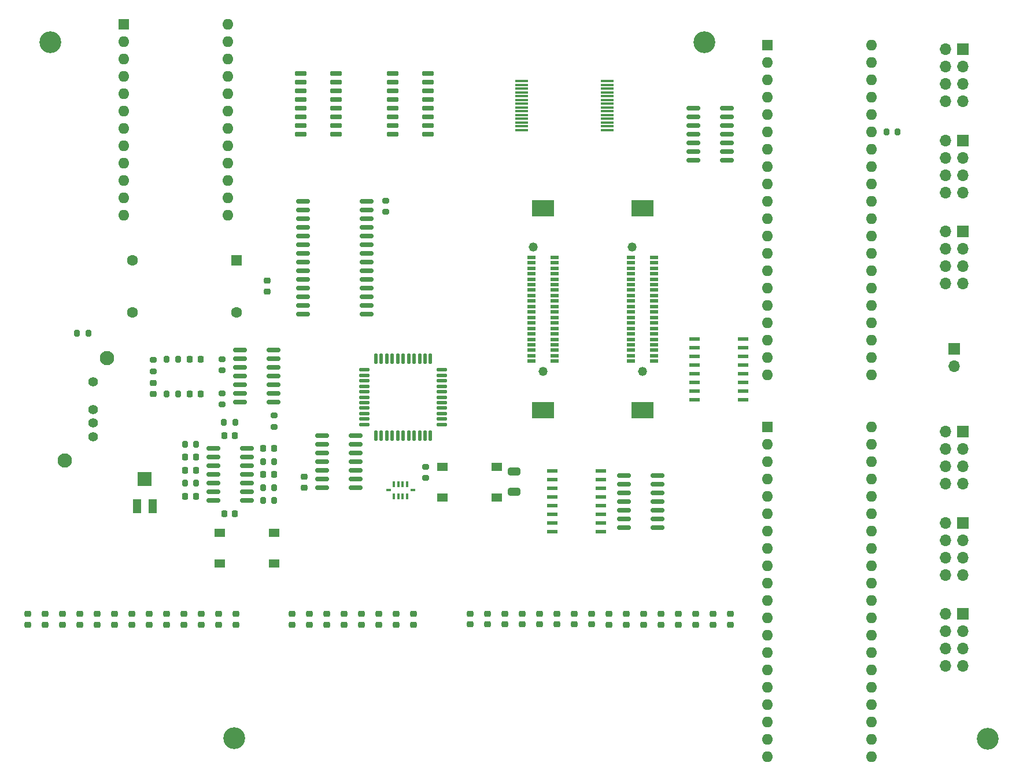
<source format=gbr>
%TF.GenerationSoftware,KiCad,Pcbnew,7.0.9*%
%TF.CreationDate,2023-11-28T19:04:43+01:00*%
%TF.ProjectId,z80,7a38302e-6b69-4636-9164-5f7063625858,1.0*%
%TF.SameCoordinates,Original*%
%TF.FileFunction,Soldermask,Top*%
%TF.FilePolarity,Negative*%
%FSLAX46Y46*%
G04 Gerber Fmt 4.6, Leading zero omitted, Abs format (unit mm)*
G04 Created by KiCad (PCBNEW 7.0.9) date 2023-11-28 19:04:43*
%MOMM*%
%LPD*%
G01*
G04 APERTURE LIST*
G04 Aperture macros list*
%AMRoundRect*
0 Rectangle with rounded corners*
0 $1 Rounding radius*
0 $2 $3 $4 $5 $6 $7 $8 $9 X,Y pos of 4 corners*
0 Add a 4 corners polygon primitive as box body*
4,1,4,$2,$3,$4,$5,$6,$7,$8,$9,$2,$3,0*
0 Add four circle primitives for the rounded corners*
1,1,$1+$1,$2,$3*
1,1,$1+$1,$4,$5*
1,1,$1+$1,$6,$7*
1,1,$1+$1,$8,$9*
0 Add four rect primitives between the rounded corners*
20,1,$1+$1,$2,$3,$4,$5,0*
20,1,$1+$1,$4,$5,$6,$7,0*
20,1,$1+$1,$6,$7,$8,$9,0*
20,1,$1+$1,$8,$9,$2,$3,0*%
G04 Aperture macros list end*
%ADD10RoundRect,0.200000X-0.200000X-0.275000X0.200000X-0.275000X0.200000X0.275000X-0.200000X0.275000X0*%
%ADD11R,1.550000X1.300000*%
%ADD12RoundRect,0.225000X0.225000X0.250000X-0.225000X0.250000X-0.225000X-0.250000X0.225000X-0.250000X0*%
%ADD13RoundRect,0.218750X0.256250X-0.218750X0.256250X0.218750X-0.256250X0.218750X-0.256250X-0.218750X0*%
%ADD14RoundRect,0.218750X-0.218750X-0.256250X0.218750X-0.256250X0.218750X0.256250X-0.218750X0.256250X0*%
%ADD15R,1.600000X1.600000*%
%ADD16O,1.600000X1.600000*%
%ADD17RoundRect,0.200000X0.275000X-0.200000X0.275000X0.200000X-0.275000X0.200000X-0.275000X-0.200000X0*%
%ADD18R,1.700000X1.700000*%
%ADD19O,1.700000X1.700000*%
%ADD20RoundRect,0.137500X-0.600000X-0.137500X0.600000X-0.137500X0.600000X0.137500X-0.600000X0.137500X0*%
%ADD21RoundRect,0.137500X-0.137500X-0.600000X0.137500X-0.600000X0.137500X0.600000X-0.137500X0.600000X0*%
%ADD22R,1.500000X0.600000*%
%ADD23RoundRect,0.200000X-0.275000X0.200000X-0.275000X-0.200000X0.275000X-0.200000X0.275000X0.200000X0*%
%ADD24RoundRect,0.150000X-0.825000X-0.150000X0.825000X-0.150000X0.825000X0.150000X-0.825000X0.150000X0*%
%ADD25C,3.200000*%
%ADD26C,1.320000*%
%ADD27R,1.200000X0.500000*%
%ADD28R,3.200000X2.450000*%
%ADD29RoundRect,0.200000X0.200000X0.275000X-0.200000X0.275000X-0.200000X-0.275000X0.200000X-0.275000X0*%
%ADD30R,1.870000X0.380000*%
%ADD31RoundRect,0.150000X-0.875000X-0.150000X0.875000X-0.150000X0.875000X0.150000X-0.875000X0.150000X0*%
%ADD32RoundRect,0.225000X-0.225000X-0.250000X0.225000X-0.250000X0.225000X0.250000X-0.225000X0.250000X0*%
%ADD33RoundRect,0.250000X0.650000X-0.325000X0.650000X0.325000X-0.650000X0.325000X-0.650000X-0.325000X0*%
%ADD34RoundRect,0.218750X0.218750X0.256250X-0.218750X0.256250X-0.218750X-0.256250X0.218750X-0.256250X0*%
%ADD35R,1.300000X2.000000*%
%ADD36R,2.000000X2.000000*%
%ADD37R,0.735600X0.458800*%
%ADD38R,0.306400X0.888000*%
%ADD39C,1.400000*%
%ADD40C,2.100000*%
%ADD41RoundRect,0.218750X-0.256250X0.218750X-0.256250X-0.218750X0.256250X-0.218750X0.256250X0.218750X0*%
%ADD42RoundRect,0.225000X-0.250000X0.225000X-0.250000X-0.225000X0.250000X-0.225000X0.250000X0.225000X0*%
%ADD43RoundRect,0.150000X-0.725000X-0.150000X0.725000X-0.150000X0.725000X0.150000X-0.725000X0.150000X0*%
%ADD44C,1.600000*%
G04 APERTURE END LIST*
D10*
%TO.C,R6*%
X112065000Y-92710000D03*
X113715000Y-92710000D03*
%TD*%
D11*
%TO.C,SW1*%
X125133000Y-110200000D03*
X117183000Y-110200000D03*
X125133000Y-105700000D03*
X117183000Y-105700000D03*
%TD*%
D12*
%TO.C,C7*%
X125095000Y-93345000D03*
X123545000Y-93345000D03*
%TD*%
D13*
%TO.C,D46*%
X184277000Y-119126000D03*
X184277000Y-117551000D03*
%TD*%
D14*
%TO.C,D2*%
X112750500Y-80264000D03*
X114325500Y-80264000D03*
%TD*%
D13*
%TO.C,D17*%
X137922000Y-119126000D03*
X137922000Y-117551000D03*
%TD*%
%TO.C,D33*%
X119507000Y-119126000D03*
X119507000Y-117551000D03*
%TD*%
%TO.C,D15*%
X132842000Y-119126000D03*
X132842000Y-117551000D03*
%TD*%
%TO.C,D36*%
X158877000Y-119088500D03*
X158877000Y-117513500D03*
%TD*%
D10*
%TO.C,R11*%
X112065000Y-98425000D03*
X113715000Y-98425000D03*
%TD*%
D13*
%TO.C,D27*%
X104267000Y-119126000D03*
X104267000Y-117551000D03*
%TD*%
D15*
%TO.C,U7*%
X197358000Y-34290000D03*
D16*
X197358000Y-36830000D03*
X197358000Y-39370000D03*
X197358000Y-41910000D03*
X197358000Y-44450000D03*
X197358000Y-46990000D03*
X197358000Y-49530000D03*
X197358000Y-52070000D03*
X197358000Y-54610000D03*
X197358000Y-57150000D03*
X197358000Y-59690000D03*
X197358000Y-62230000D03*
X197358000Y-64770000D03*
X197358000Y-67310000D03*
X197358000Y-69850000D03*
X197358000Y-72390000D03*
X197358000Y-74930000D03*
X197358000Y-77470000D03*
X197358000Y-80010000D03*
X197358000Y-82550000D03*
X212598000Y-82550000D03*
X212598000Y-80010000D03*
X212598000Y-77470000D03*
X212598000Y-74930000D03*
X212598000Y-72390000D03*
X212598000Y-69850000D03*
X212598000Y-67310000D03*
X212598000Y-64770000D03*
X212598000Y-62230000D03*
X212598000Y-59690000D03*
X212598000Y-57150000D03*
X212598000Y-54610000D03*
X212598000Y-52070000D03*
X212598000Y-49530000D03*
X212598000Y-46990000D03*
X212598000Y-44450000D03*
X212598000Y-41910000D03*
X212598000Y-39370000D03*
X212598000Y-36830000D03*
X212598000Y-34290000D03*
%TD*%
D13*
%TO.C,D14*%
X130302000Y-119126000D03*
X130302000Y-117551000D03*
%TD*%
D17*
%TO.C,R13*%
X125095000Y-90170000D03*
X125095000Y-88520000D03*
%TD*%
D18*
%TO.C,J4*%
X225933000Y-34925000D03*
D19*
X223393000Y-34925000D03*
X225933000Y-37465000D03*
X223393000Y-37465000D03*
X225933000Y-40005000D03*
X223393000Y-40005000D03*
X225933000Y-42545000D03*
X223393000Y-42545000D03*
%TD*%
D20*
%TO.C,CPU1*%
X138355500Y-81852000D03*
X138355500Y-82652000D03*
X138355500Y-83452000D03*
X138355500Y-84252000D03*
X138355500Y-85052000D03*
X138355500Y-85852000D03*
X138355500Y-86652000D03*
X138355500Y-87452000D03*
X138355500Y-88252000D03*
X138355500Y-89052000D03*
X138355500Y-89852000D03*
D21*
X140018000Y-91514500D03*
X140818000Y-91514500D03*
X141618000Y-91514500D03*
X142418000Y-91514500D03*
X143218000Y-91514500D03*
X144018000Y-91514500D03*
X144818000Y-91514500D03*
X145618000Y-91514500D03*
X146418000Y-91514500D03*
X147218000Y-91514500D03*
X148018000Y-91514500D03*
D20*
X149680500Y-89852000D03*
X149680500Y-89052000D03*
X149680500Y-88252000D03*
X149680500Y-87452000D03*
X149680500Y-86652000D03*
X149680500Y-85852000D03*
X149680500Y-85052000D03*
X149680500Y-84252000D03*
X149680500Y-83452000D03*
X149680500Y-82652000D03*
X149680500Y-81852000D03*
D21*
X148018000Y-80189500D03*
X147218000Y-80189500D03*
X146418000Y-80189500D03*
X145618000Y-80189500D03*
X144818000Y-80189500D03*
X144018000Y-80189500D03*
X143218000Y-80189500D03*
X142418000Y-80189500D03*
X141618000Y-80189500D03*
X140818000Y-80189500D03*
X140018000Y-80189500D03*
%TD*%
D13*
%TO.C,D28*%
X106807000Y-119126000D03*
X106807000Y-117551000D03*
%TD*%
%TO.C,D13*%
X127762000Y-119126000D03*
X127762000Y-117551000D03*
%TD*%
%TO.C,D30*%
X111887000Y-119126000D03*
X111887000Y-117551000D03*
%TD*%
D22*
%TO.C,U5*%
X186696000Y-77343000D03*
X186696000Y-78613000D03*
X186696000Y-79883000D03*
X186696000Y-81153000D03*
X186696000Y-82423000D03*
X186696000Y-83693000D03*
X186696000Y-84963000D03*
X186696000Y-86233000D03*
X193796000Y-86233000D03*
X193796000Y-84963000D03*
X193796000Y-83693000D03*
X193796000Y-82423000D03*
X193796000Y-81153000D03*
X193796000Y-79883000D03*
X193796000Y-78613000D03*
X193796000Y-77343000D03*
%TD*%
D13*
%TO.C,D25*%
X99187000Y-119126000D03*
X99187000Y-117551000D03*
%TD*%
%TO.C,D47*%
X186817000Y-119126000D03*
X186817000Y-117551000D03*
%TD*%
D17*
%TO.C,R14*%
X107442000Y-82054000D03*
X107442000Y-80404000D03*
%TD*%
D11*
%TO.C,SW3*%
X157734000Y-100512000D03*
X149784000Y-100512000D03*
X157734000Y-96012000D03*
X149784000Y-96012000D03*
%TD*%
D13*
%TO.C,D37*%
X161417000Y-119088500D03*
X161417000Y-117513500D03*
%TD*%
%TO.C,D39*%
X166497000Y-119088500D03*
X166497000Y-117513500D03*
%TD*%
%TO.C,D16*%
X135382000Y-119126000D03*
X135382000Y-117551000D03*
%TD*%
D23*
%TO.C,R15*%
X147320000Y-96012000D03*
X147320000Y-97662000D03*
%TD*%
D12*
%TO.C,C5*%
X113665000Y-96520000D03*
X112115000Y-96520000D03*
%TD*%
D24*
%TO.C,U6*%
X186501000Y-43561000D03*
X186501000Y-44831000D03*
X186501000Y-46101000D03*
X186501000Y-47371000D03*
X186501000Y-48641000D03*
X186501000Y-49911000D03*
X186501000Y-51181000D03*
X191451000Y-51181000D03*
X191451000Y-49911000D03*
X191451000Y-48641000D03*
X191451000Y-47371000D03*
X191451000Y-46101000D03*
X191451000Y-44831000D03*
X191451000Y-43561000D03*
%TD*%
D25*
%TO.C,REF\u002A\u002A*%
X92360000Y-33940000D03*
%TD*%
D26*
%TO.C,J3*%
X177546000Y-63880000D03*
X179046000Y-82080000D03*
D27*
X177346000Y-65380000D03*
X177346000Y-66180000D03*
X177346000Y-66980000D03*
X177346000Y-67780000D03*
X177346000Y-68580000D03*
X177346000Y-69380000D03*
X177346000Y-70180000D03*
X177346000Y-70980000D03*
X177346000Y-71780000D03*
X177346000Y-72580000D03*
X177346000Y-73380000D03*
X177346000Y-74180000D03*
X177346000Y-74980000D03*
X177346000Y-75780000D03*
X177346000Y-76580000D03*
X177346000Y-77380000D03*
X177346000Y-78180000D03*
X177346000Y-78980000D03*
X177346000Y-79780000D03*
X177346000Y-80580000D03*
X180746000Y-65380000D03*
X180746000Y-66180000D03*
X180746000Y-66980000D03*
X180746000Y-67780000D03*
X180746000Y-68580000D03*
X180746000Y-69380000D03*
X180746000Y-70180000D03*
X180746000Y-70980000D03*
X180746000Y-71780000D03*
X180746000Y-72580000D03*
X180746000Y-73380000D03*
X180746000Y-74180000D03*
X180746000Y-74980000D03*
X180746000Y-75780000D03*
X180746000Y-76580000D03*
X180746000Y-77380000D03*
X180746000Y-78180000D03*
X180746000Y-78980000D03*
X180746000Y-79780000D03*
X180746000Y-80580000D03*
D28*
X179046000Y-58205000D03*
X179046000Y-87755000D03*
%TD*%
D23*
%TO.C,R16*%
X141478000Y-57087000D03*
X141478000Y-58737000D03*
%TD*%
D29*
%TO.C,R10*%
X111035500Y-85344000D03*
X109385500Y-85344000D03*
%TD*%
D18*
%TO.C,J5*%
X225953000Y-48270000D03*
D19*
X223413000Y-48270000D03*
X225953000Y-50810000D03*
X223413000Y-50810000D03*
X225953000Y-53350000D03*
X223413000Y-53350000D03*
X225953000Y-55890000D03*
X223413000Y-55890000D03*
%TD*%
D30*
%TO.C,RAM1*%
X161370000Y-39605000D03*
X161370000Y-40155000D03*
X161370000Y-40705000D03*
X161370000Y-41255000D03*
X161370000Y-41805000D03*
X161370000Y-42355000D03*
X161370000Y-42905000D03*
X161370000Y-43455000D03*
X161370000Y-44005000D03*
X161370000Y-44555000D03*
X161370000Y-45105000D03*
X161370000Y-45655000D03*
X161370000Y-46205000D03*
X161370000Y-46755000D03*
X173910000Y-46755000D03*
X173910000Y-46205000D03*
X173910000Y-45655000D03*
X173910000Y-45105000D03*
X173910000Y-44555000D03*
X173910000Y-44005000D03*
X173910000Y-43455000D03*
X173910000Y-42905000D03*
X173910000Y-42355000D03*
X173910000Y-41805000D03*
X173910000Y-41255000D03*
X173910000Y-40705000D03*
X173910000Y-40155000D03*
X173910000Y-39605000D03*
%TD*%
D13*
%TO.C,D40*%
X169037000Y-119088500D03*
X169037000Y-117513500D03*
%TD*%
D18*
%TO.C,J8*%
X225953000Y-104219000D03*
D19*
X223413000Y-104219000D03*
X225953000Y-106759000D03*
X223413000Y-106759000D03*
X225953000Y-109299000D03*
X223413000Y-109299000D03*
X225953000Y-111839000D03*
X223413000Y-111839000D03*
%TD*%
D10*
%TO.C,R12*%
X123495000Y-99060000D03*
X125145000Y-99060000D03*
%TD*%
D18*
%TO.C,J1*%
X224663000Y-78740000D03*
D19*
X224663000Y-81280000D03*
%TD*%
D13*
%TO.C,D49*%
X191897000Y-119126000D03*
X191897000Y-117551000D03*
%TD*%
D31*
%TO.C,ROM1*%
X129335000Y-57150000D03*
X129335000Y-58420000D03*
X129335000Y-59690000D03*
X129335000Y-60960000D03*
X129335000Y-62230000D03*
X129335000Y-63500000D03*
X129335000Y-64770000D03*
X129335000Y-66040000D03*
X129335000Y-67310000D03*
X129335000Y-68580000D03*
X129335000Y-69850000D03*
X129335000Y-71120000D03*
X129335000Y-72390000D03*
X129335000Y-73660000D03*
X138635000Y-73660000D03*
X138635000Y-72390000D03*
X138635000Y-71120000D03*
X138635000Y-69850000D03*
X138635000Y-68580000D03*
X138635000Y-67310000D03*
X138635000Y-66040000D03*
X138635000Y-64770000D03*
X138635000Y-63500000D03*
X138635000Y-62230000D03*
X138635000Y-60960000D03*
X138635000Y-59690000D03*
X138635000Y-58420000D03*
X138635000Y-57150000D03*
%TD*%
D13*
%TO.C,D20*%
X145542000Y-119126000D03*
X145542000Y-117551000D03*
%TD*%
D32*
%TO.C,C4*%
X117830000Y-102870000D03*
X119380000Y-102870000D03*
%TD*%
D29*
%TO.C,R5*%
X119430000Y-89535000D03*
X117780000Y-89535000D03*
%TD*%
D17*
%TO.C,R7*%
X117475000Y-86930000D03*
X117475000Y-85280000D03*
%TD*%
D33*
%TO.C,C8*%
X160274000Y-99646000D03*
X160274000Y-96696000D03*
%TD*%
D34*
%TO.C,D5*%
X113677500Y-100330000D03*
X112102500Y-100330000D03*
%TD*%
D25*
%TO.C,REF\u002A\u002A*%
X229585000Y-135859000D03*
%TD*%
D24*
%TO.C,U8*%
X176341000Y-97282000D03*
X176341000Y-98552000D03*
X176341000Y-99822000D03*
X176341000Y-101092000D03*
X176341000Y-102362000D03*
X176341000Y-103632000D03*
X176341000Y-104902000D03*
X181291000Y-104902000D03*
X181291000Y-103632000D03*
X181291000Y-102362000D03*
X181291000Y-101092000D03*
X181291000Y-99822000D03*
X181291000Y-98552000D03*
X181291000Y-97282000D03*
%TD*%
D35*
%TO.C,RV1*%
X107322000Y-101822000D03*
D36*
X106172000Y-97822000D03*
D35*
X105022000Y-101822000D03*
%TD*%
D25*
%TO.C,REF\u002A\u002A*%
X119253000Y-135763000D03*
%TD*%
D26*
%TO.C,J2*%
X163014000Y-63880000D03*
X164514000Y-82080000D03*
D27*
X162814000Y-65380000D03*
X162814000Y-66180000D03*
X162814000Y-66980000D03*
X162814000Y-67780000D03*
X162814000Y-68580000D03*
X162814000Y-69380000D03*
X162814000Y-70180000D03*
X162814000Y-70980000D03*
X162814000Y-71780000D03*
X162814000Y-72580000D03*
X162814000Y-73380000D03*
X162814000Y-74180000D03*
X162814000Y-74980000D03*
X162814000Y-75780000D03*
X162814000Y-76580000D03*
X162814000Y-77380000D03*
X162814000Y-78180000D03*
X162814000Y-78980000D03*
X162814000Y-79780000D03*
X162814000Y-80580000D03*
X166214000Y-65380000D03*
X166214000Y-66180000D03*
X166214000Y-66980000D03*
X166214000Y-67780000D03*
X166214000Y-68580000D03*
X166214000Y-69380000D03*
X166214000Y-70180000D03*
X166214000Y-70980000D03*
X166214000Y-71780000D03*
X166214000Y-72580000D03*
X166214000Y-73380000D03*
X166214000Y-74180000D03*
X166214000Y-74980000D03*
X166214000Y-75780000D03*
X166214000Y-76580000D03*
X166214000Y-77380000D03*
X166214000Y-78180000D03*
X166214000Y-78980000D03*
X166214000Y-79780000D03*
X166214000Y-80580000D03*
D28*
X164514000Y-58205000D03*
X164514000Y-87755000D03*
%TD*%
D15*
%TO.C,U10*%
X197358000Y-90239000D03*
D16*
X197358000Y-92779000D03*
X197358000Y-95319000D03*
X197358000Y-97859000D03*
X197358000Y-100399000D03*
X197358000Y-102939000D03*
X197358000Y-105479000D03*
X197358000Y-108019000D03*
X197358000Y-110559000D03*
X197358000Y-113099000D03*
X197358000Y-115639000D03*
X197358000Y-118179000D03*
X197358000Y-120719000D03*
X197358000Y-123259000D03*
X197358000Y-125799000D03*
X197358000Y-128339000D03*
X197358000Y-130879000D03*
X197358000Y-133419000D03*
X197358000Y-135959000D03*
X197358000Y-138499000D03*
X212598000Y-138499000D03*
X212598000Y-135959000D03*
X212598000Y-133419000D03*
X212598000Y-130879000D03*
X212598000Y-128339000D03*
X212598000Y-125799000D03*
X212598000Y-123259000D03*
X212598000Y-120719000D03*
X212598000Y-118179000D03*
X212598000Y-115639000D03*
X212598000Y-113099000D03*
X212598000Y-110559000D03*
X212598000Y-108019000D03*
X212598000Y-105479000D03*
X212598000Y-102939000D03*
X212598000Y-100399000D03*
X212598000Y-97859000D03*
X212598000Y-95319000D03*
X212598000Y-92779000D03*
X212598000Y-90239000D03*
%TD*%
D29*
%TO.C,R3*%
X111035500Y-80314000D03*
X109385500Y-80314000D03*
%TD*%
D13*
%TO.C,D42*%
X174117000Y-119126000D03*
X174117000Y-117551000D03*
%TD*%
D29*
%TO.C,R1*%
X125145000Y-100965000D03*
X123495000Y-100965000D03*
%TD*%
D24*
%TO.C,CLK1*%
X116195000Y-93345000D03*
X116195000Y-94615000D03*
X116195000Y-95885000D03*
X116195000Y-97155000D03*
X116195000Y-98425000D03*
X116195000Y-99695000D03*
X116195000Y-100965000D03*
X121145000Y-100965000D03*
X121145000Y-99695000D03*
X121145000Y-98425000D03*
X121145000Y-97155000D03*
X121145000Y-95885000D03*
X121145000Y-94615000D03*
X121145000Y-93345000D03*
%TD*%
D13*
%TO.C,D24*%
X96647000Y-119126000D03*
X96647000Y-117551000D03*
%TD*%
D22*
%TO.C,U4*%
X165868000Y-96647000D03*
X165868000Y-97917000D03*
X165868000Y-99187000D03*
X165868000Y-100457000D03*
X165868000Y-101727000D03*
X165868000Y-102997000D03*
X165868000Y-104267000D03*
X165868000Y-105537000D03*
X172968000Y-105537000D03*
X172968000Y-104267000D03*
X172968000Y-102997000D03*
X172968000Y-101727000D03*
X172968000Y-100457000D03*
X172968000Y-99187000D03*
X172968000Y-97917000D03*
X172968000Y-96647000D03*
%TD*%
D37*
%TO.C,RN1*%
X145395599Y-99441000D03*
X141878401Y-99441000D03*
D38*
X144589500Y-98558701D03*
X143954500Y-98558701D03*
X143319500Y-98558701D03*
X142684500Y-98558701D03*
X142684500Y-100323299D03*
X143319500Y-100323299D03*
X143954500Y-100323299D03*
X144589500Y-100323299D03*
%TD*%
D13*
%TO.C,D26*%
X101727000Y-119126000D03*
X101727000Y-117551000D03*
%TD*%
%TO.C,D31*%
X114427000Y-119126000D03*
X114427000Y-117551000D03*
%TD*%
%TO.C,D41*%
X171577000Y-119088500D03*
X171577000Y-117513500D03*
%TD*%
%TO.C,D19*%
X143002000Y-119126000D03*
X143002000Y-117551000D03*
%TD*%
D39*
%TO.C,SW2*%
X98636000Y-83630000D03*
X98636000Y-87630000D03*
X98636000Y-89630000D03*
X98636000Y-91630000D03*
D40*
X100636000Y-80130000D03*
X94436000Y-95130000D03*
%TD*%
D13*
%TO.C,D29*%
X109347000Y-119126000D03*
X109347000Y-117551000D03*
%TD*%
%TO.C,D45*%
X181737000Y-119126000D03*
X181737000Y-117551000D03*
%TD*%
%TO.C,D44*%
X179197000Y-119126000D03*
X179197000Y-117551000D03*
%TD*%
D41*
%TO.C,D6*%
X129540000Y-97498000D03*
X129540000Y-99073000D03*
%TD*%
D42*
%TO.C,C2*%
X124079000Y-68821000D03*
X124079000Y-70371000D03*
%TD*%
D10*
%TO.C,R8*%
X96266000Y-76454000D03*
X97916000Y-76454000D03*
%TD*%
D29*
%TO.C,R9*%
X125145000Y-95250000D03*
X123495000Y-95250000D03*
%TD*%
D16*
%TO.C,A1*%
X118364000Y-31242000D03*
X118364000Y-33782000D03*
X118364000Y-36322000D03*
X118364000Y-38862000D03*
X118364000Y-41402000D03*
X118364000Y-43942000D03*
X118364000Y-46482000D03*
X118364000Y-49022000D03*
X118364000Y-51562000D03*
X118364000Y-54102000D03*
X118364000Y-56642000D03*
X118364000Y-59182000D03*
X103124000Y-59182000D03*
X103124000Y-56642000D03*
X103124000Y-54102000D03*
X103124000Y-51562000D03*
X103124000Y-49022000D03*
X103124000Y-46482000D03*
X103124000Y-43942000D03*
X103124000Y-41402000D03*
X103124000Y-38862000D03*
X103124000Y-36322000D03*
X103124000Y-33782000D03*
D15*
X103124000Y-31242000D03*
%TD*%
D13*
%TO.C,D35*%
X156337000Y-119088500D03*
X156337000Y-117513500D03*
%TD*%
D25*
%TO.C,REF\u002A\u002A*%
X188087000Y-33909000D03*
%TD*%
D10*
%TO.C,R18*%
X214758000Y-46990000D03*
X216408000Y-46990000D03*
%TD*%
D41*
%TO.C,D8*%
X107442000Y-83769000D03*
X107442000Y-85344000D03*
%TD*%
D32*
%TO.C,C3*%
X117830000Y-91440000D03*
X119380000Y-91440000D03*
%TD*%
D43*
%TO.C,U3*%
X142459000Y-38481000D03*
X142459000Y-39751000D03*
X142459000Y-41021000D03*
X142459000Y-42291000D03*
X142459000Y-43561000D03*
X142459000Y-44831000D03*
X142459000Y-46101000D03*
X142459000Y-47371000D03*
X147609000Y-47371000D03*
X147609000Y-46101000D03*
X147609000Y-44831000D03*
X147609000Y-43561000D03*
X147609000Y-42291000D03*
X147609000Y-41021000D03*
X147609000Y-39751000D03*
X147609000Y-38481000D03*
%TD*%
D15*
%TO.C,CLK2*%
X119634000Y-65786000D03*
D44*
X104394000Y-65786000D03*
X104394000Y-73406000D03*
X119634000Y-73406000D03*
%TD*%
D12*
%TO.C,C1*%
X113665000Y-94615000D03*
X112115000Y-94615000D03*
%TD*%
D13*
%TO.C,D48*%
X189357000Y-119126000D03*
X189357000Y-117551000D03*
%TD*%
D14*
%TO.C,D4*%
X112750500Y-85344000D03*
X114325500Y-85344000D03*
%TD*%
D13*
%TO.C,D38*%
X163957000Y-119088500D03*
X163957000Y-117513500D03*
%TD*%
D24*
%TO.C,U9*%
X132145000Y-91440000D03*
X132145000Y-92710000D03*
X132145000Y-93980000D03*
X132145000Y-95250000D03*
X132145000Y-96520000D03*
X132145000Y-97790000D03*
X132145000Y-99060000D03*
X137095000Y-99060000D03*
X137095000Y-97790000D03*
X137095000Y-96520000D03*
X137095000Y-95250000D03*
X137095000Y-93980000D03*
X137095000Y-92710000D03*
X137095000Y-91440000D03*
%TD*%
D13*
%TO.C,D22*%
X91567000Y-119126000D03*
X91567000Y-117551000D03*
%TD*%
D32*
%TO.C,C6*%
X123545000Y-97155000D03*
X125095000Y-97155000D03*
%TD*%
D43*
%TO.C,U2*%
X128997000Y-38481000D03*
X128997000Y-39751000D03*
X128997000Y-41021000D03*
X128997000Y-42291000D03*
X128997000Y-43561000D03*
X128997000Y-44831000D03*
X128997000Y-46101000D03*
X128997000Y-47371000D03*
X134147000Y-47371000D03*
X134147000Y-46101000D03*
X134147000Y-44831000D03*
X134147000Y-43561000D03*
X134147000Y-42291000D03*
X134147000Y-41021000D03*
X134147000Y-39751000D03*
X134147000Y-38481000D03*
%TD*%
D13*
%TO.C,D43*%
X176657000Y-119126000D03*
X176657000Y-117551000D03*
%TD*%
%TO.C,D23*%
X94107000Y-119126000D03*
X94107000Y-117551000D03*
%TD*%
D24*
%TO.C,U1*%
X120080000Y-78930000D03*
X120080000Y-80200000D03*
X120080000Y-81470000D03*
X120080000Y-82740000D03*
X120080000Y-84010000D03*
X120080000Y-85280000D03*
X120080000Y-86550000D03*
X125030000Y-86550000D03*
X125030000Y-85280000D03*
X125030000Y-84010000D03*
X125030000Y-82740000D03*
X125030000Y-81470000D03*
X125030000Y-80200000D03*
X125030000Y-78930000D03*
%TD*%
D13*
%TO.C,D34*%
X153797000Y-119088500D03*
X153797000Y-117513500D03*
%TD*%
%TO.C,D18*%
X140462000Y-119126000D03*
X140462000Y-117551000D03*
%TD*%
%TO.C,D21*%
X89027000Y-119126000D03*
X89027000Y-117551000D03*
%TD*%
D18*
%TO.C,J9*%
X225953000Y-117554000D03*
D19*
X223413000Y-117554000D03*
X225953000Y-120094000D03*
X223413000Y-120094000D03*
X225953000Y-122634000D03*
X223413000Y-122634000D03*
X225953000Y-125174000D03*
X223413000Y-125174000D03*
%TD*%
D13*
%TO.C,D32*%
X116967000Y-119126000D03*
X116967000Y-117551000D03*
%TD*%
D18*
%TO.C,J6*%
X225953000Y-61605000D03*
D19*
X223413000Y-61605000D03*
X225953000Y-64145000D03*
X223413000Y-64145000D03*
X225953000Y-66685000D03*
X223413000Y-66685000D03*
X225953000Y-69225000D03*
X223413000Y-69225000D03*
%TD*%
D17*
%TO.C,R2*%
X117475000Y-81915000D03*
X117475000Y-80265000D03*
%TD*%
D18*
%TO.C,J7*%
X225933000Y-90874000D03*
D19*
X223393000Y-90874000D03*
X225933000Y-93414000D03*
X223393000Y-93414000D03*
X225933000Y-95954000D03*
X223393000Y-95954000D03*
X225933000Y-98494000D03*
X223393000Y-98494000D03*
%TD*%
M02*

</source>
